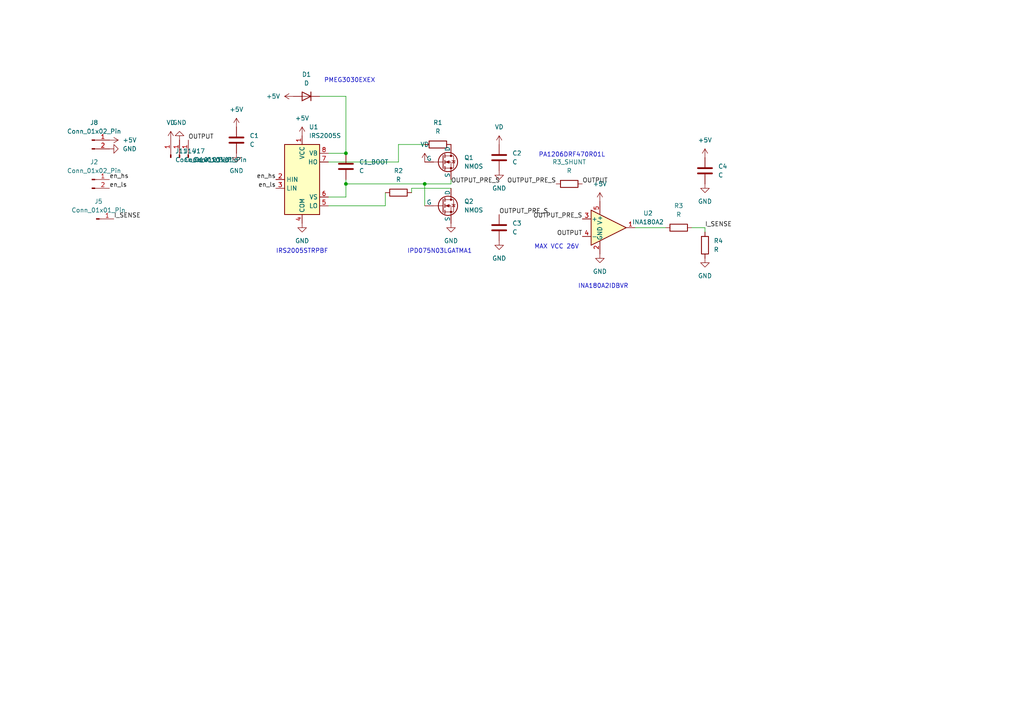
<source format=kicad_sch>
(kicad_sch (version 20230121) (generator eeschema)
  (paper "A4")
  (lib_symbols
    (symbol "Amplifier_Current:INA180A2" (pin_names (offset 0.127))
      (property "Reference" "U" (at 3.81 3.81 0))
      (property "Value" "INA180A2" (at 3.81 -2.54 0))
      (symbol "INA180A2_0_1"
        (polyline (pts (xy 5.08 0) (xy -5.08 5.08) (xy -5.08 -5.08) (xy 5.08 0)) (stroke (width 0.254)) (fill (type background)))
      )
      (symbol "INA180A2_1_1"
        (pin output line (at 7.62 0 180) (length 2.54) (name "~") (number "1"))
        (pin power_in line (at -2.54 -7.62 90) (length 3.81) (name "GND") (number "2"))
        (pin input line (at -7.62 2.54 0) (length 2.54) (name "+") (number "3"))
        (pin input line (at -7.62 -2.54 0) (length 2.54) (name "-") (number "4"))
        (pin power_in line (at -2.54 7.62 270) (length 3.81) (name "V+") (number "5"))
      )
    )
    (symbol "Connector:Conn_01x01_Pin" (pin_names (offset 1.016) hide)
      (property "Reference" "J" (at 0 2.54 0))
      (property "Value" "Conn_01x01_Pin" (at 0 -2.54 0))
      (symbol "Conn_01x01_Pin_1_1"
        (polyline (pts (xy 1.27 0) (xy 0.8636 0)) (stroke (width 0.1524)))
        (rectangle (start 0.8636 0.127) (end 0 -0.127) (stroke (width 0.1524)) (fill (type outline)))
        (pin passive line (at 5.08 0 180) (length 3.81) (name "Pin_1") (number "1"))
      )
    )
    (symbol "Connector:Conn_01x02_Pin" (pin_names (offset 1.016) hide)
      (property "Reference" "J" (at 0 2.54 0))
      (property "Value" "Conn_01x02_Pin" (at 0 -5.08 0))
      (symbol "Conn_01x02_Pin_1_1"
        (polyline (pts (xy 1.27 -2.54) (xy 0.8636 -2.54)) (stroke (width 0.1524)))
        (polyline (pts (xy 1.27 0) (xy 0.8636 0)) (stroke (width 0.1524)))
        (rectangle (start 0.8636 -2.413) (end 0 -2.667) (stroke (width 0.1524)) (fill (type outline)))
        (rectangle (start 0.8636 0.127) (end 0 -0.127) (stroke (width 0.1524)) (fill (type outline)))
        (pin passive line (at 5.08 0 180) (length 3.81) (name "Pin_1") (number "1"))
        (pin passive line (at 5.08 -2.54 180) (length 3.81) (name "Pin_2") (number "2"))
      )
    )
    (symbol "Device:C" (pin_numbers hide) (pin_names (offset 0.254))
      (property "Reference" "C" (at 0.635 2.54 0))
      (property "Value" "C" (at 0.635 -2.54 0))
      (symbol "C_0_1"
        (polyline (pts (xy -2.032 -0.762) (xy 2.032 -0.762)) (stroke (width 0.508)))
        (polyline (pts (xy -2.032 0.762) (xy 2.032 0.762)) (stroke (width 0.508)))
      )
      (symbol "C_1_1"
        (pin passive line (at 0 3.81 270) (length 2.794) (name "~") (number "1"))
        (pin passive line (at 0 -3.81 90) (length 2.794) (name "~") (number "2"))
      )
    )
    (symbol "Device:D" (pin_numbers hide) (pin_names (offset 1.016) hide)
      (property "Reference" "D" (at 0 2.54 0))
      (property "Value" "D" (at 0 -2.54 0))
      (symbol "D_0_1"
        (polyline (pts (xy -1.27 1.27) (xy -1.27 -1.27)) (stroke (width 0.254)))
        (polyline (pts (xy 1.27 0) (xy -1.27 0)))
        (polyline (pts (xy 1.27 1.27) (xy 1.27 -1.27) (xy -1.27 0) (xy 1.27 1.27)) (stroke (width 0.254)))
      )
      (symbol "D_1_1"
        (pin passive line (at -3.81 0 0) (length 2.54) (name "K") (number "1"))
        (pin passive line (at 3.81 0 180) (length 2.54) (name "A") (number "2"))
      )
    )
    (symbol "Device:R" (pin_numbers hide) (pin_names (offset 0))
      (property "Reference" "R" (at 2.032 0 90))
      (property "Value" "R" (at 0 0 90))
      (symbol "R_0_1"
        (rectangle (start -1.016 -2.54) (end 1.016 2.54) (stroke (width 0.254)))
      )
      (symbol "R_1_1"
        (pin passive line (at 0 3.81 270) (length 1.27) (name "~") (number "1"))
        (pin passive line (at 0 -3.81 90) (length 1.27) (name "~") (number "2"))
      )
    )
    (symbol "Driver_FET:IRS2005S"
      (property "Reference" "U" (at 1.27 13.335 0))
      (property "Value" "IRS2005S" (at 1.27 11.43 0))
      (symbol "IRS2005S_0_1"
        (rectangle (start -5.08 -10.16) (end 5.08 10.16) (stroke (width 0.254)) (fill (type background)))
      )
      (symbol "IRS2005S_1_1"
        (pin power_in line (at 0 12.7 270) (length 2.54) (name "VCC") (number "1"))
        (pin input line (at -7.62 0 0) (length 2.54) (name "HIN") (number "2"))
        (pin input line (at -7.62 -2.54 0) (length 2.54) (name "LIN") (number "3"))
        (pin power_in line (at 0 -12.7 90) (length 2.54) (name "COM") (number "4"))
        (pin output line (at 7.62 -7.62 180) (length 2.54) (name "LO") (number "5"))
        (pin passive line (at 7.62 -5.08 180) (length 2.54) (name "VS") (number "6"))
        (pin output line (at 7.62 5.08 180) (length 2.54) (name "HO") (number "7"))
        (pin passive line (at 7.62 7.62 180) (length 2.54) (name "VB") (number "8"))
      )
    )
    (symbol "Simulation_SPICE:NMOS" (pin_numbers hide) (pin_names (offset 0))
      (property "Reference" "Q" (at 5.08 1.27 0))
      (property "Value" "NMOS" (at 5.08 -1.27 0))
      (symbol "NMOS_0_1"
        (polyline (pts (xy 0.254 0) (xy -2.54 0)))
        (polyline (pts (xy 0.254 1.905) (xy 0.254 -1.905)) (stroke (width 0.254)))
        (polyline (pts (xy 0.762 -1.27) (xy 0.762 -2.286)) (stroke (width 0.254)))
        (polyline (pts (xy 0.762 0.508) (xy 0.762 -0.508)) (stroke (width 0.254)))
        (polyline (pts (xy 0.762 2.286) (xy 0.762 1.27)) (stroke (width 0.254)))
        (polyline (pts (xy 2.54 2.54) (xy 2.54 1.778)))
        (polyline (pts (xy 2.54 -2.54) (xy 2.54 0) (xy 0.762 0)))
        (polyline (pts (xy 0.762 -1.778) (xy 3.302 -1.778) (xy 3.302 1.778) (xy 0.762 1.778)))
        (polyline (pts (xy 1.016 0) (xy 2.032 0.381) (xy 2.032 -0.381) (xy 1.016 0)) (fill (type outline)))
        (polyline (pts (xy 2.794 0.508) (xy 2.921 0.381) (xy 3.683 0.381) (xy 3.81 0.254)))
        (polyline (pts (xy 3.302 0.381) (xy 2.921 -0.254) (xy 3.683 -0.254) (xy 3.302 0.381)))
        (circle (center 1.651 0) (radius 2.794) (stroke (width 0.254)))
        (circle (center 2.54 -1.778) (radius 0.254) (fill (type outline)))
        (circle (center 2.54 1.778) (radius 0.254) (fill (type outline)))
      )
      (symbol "NMOS_1_1"
        (pin passive line (at 2.54 5.08 270) (length 2.54) (name "D") (number "1"))
        (pin input line (at -5.08 0 0) (length 2.54) (name "G") (number "2"))
        (pin passive line (at 2.54 -5.08 90) (length 2.54) (name "S") (number "3"))
      )
    )
    (symbol "power:+5V" (power) (pin_names (offset 0))
      (property "Value" "+5V" (at 0 3.556 0))
      (symbol "+5V_0_1"
        (polyline (pts (xy -0.762 1.27) (xy 0 2.54)))
        (polyline (pts (xy 0 0) (xy 0 2.54)))
        (polyline (pts (xy 0 2.54) (xy 0.762 1.27)))
      )
      (symbol "+5V_1_1"
        (pin power_in line (at 0 0 90) (length 0) hide (name "+5V") (number "1"))
      )
    )
    (symbol "power:GND" (power) (pin_names (offset 0))
      (property "Value" "GND" (at 0 -3.81 0))
      (symbol "GND_0_1"
        (polyline (pts (xy 0 0) (xy 0 -1.27) (xy 1.27 -1.27) (xy 0 -2.54) (xy -1.27 -1.27) (xy 0 -1.27)))
      )
      (symbol "GND_1_1"
        (pin power_in line (at 0 0 270) (length 0) hide (name "GND") (number "1"))
      )
    )
    (symbol "power:VD" (power) (pin_names (offset 0))
      (property "Value" "VD" (at 0 3.81 0))
      (symbol "VD_0_1"
        (polyline (pts (xy -0.762 1.27) (xy 0 2.54)))
        (polyline (pts (xy 0 0) (xy 0 2.54)))
        (polyline (pts (xy 0 2.54) (xy 0.762 1.27)))
      )
      (symbol "VD_1_1"
        (pin power_in line (at 0 0 90) (length 0) hide (name "VD") (number "1"))
      )
    )
  )
  (junction (at 123.19 53.34))
  (junction (at 100.33 53.34))
  (junction (at 100.33 44.45))
  (wire (pts (xy 100.33 57.15) (xy 95.25 57.15)))
  (wire (pts (xy 130.81 54.61) (xy 119.38 54.61)))
  (wire (pts (xy 123.19 41.91) (xy 115.57 41.91)))
  (wire (pts (xy 119.38 54.61) (xy 119.38 55.88)))
  (wire (pts (xy 92.71 27.94) (xy 100.33 27.94)))
  (wire (pts (xy 204.47 66.04) (xy 204.47 67.31)))
  (wire (pts (xy 200.66 66.04) (xy 204.47 66.04)))
  (wire (pts (xy 95.25 46.99) (xy 115.57 46.99)))
  (wire (pts (xy 100.33 27.94) (xy 100.33 44.45)))
  (wire (pts (xy 123.19 53.34) (xy 130.81 53.34)))
  (wire (pts (xy 111.76 55.88) (xy 111.76 59.69)))
  (wire (pts (xy 95.25 44.45) (xy 100.33 44.45)))
  (wire (pts (xy 115.57 41.91) (xy 115.57 46.99)))
  (wire (pts (xy 100.33 53.34) (xy 100.33 57.15)))
  (wire (pts (xy 100.33 52.07) (xy 100.33 53.34)))
  (wire (pts (xy 184.15 66.04) (xy 193.04 66.04)))
  (wire (pts (xy 95.25 59.69) (xy 111.76 59.69)))
  (wire (pts (xy 100.33 53.34) (xy 123.19 53.34)))
  (wire (pts (xy 123.19 53.34) (xy 123.19 59.69)))
  (wire (pts (xy 130.81 52.07) (xy 130.81 53.34)))
  (text "IPD075N03LGATMA1" (at 118.11 73.66 0) (effects (font (size 1.27 1.27)) (justify left bottom)))
  (text "INA180A2IDBVR" (at 167.64 83.82 0) (effects (font (size 1.27 1.27)) (justify left bottom)))
  (text "PMEG3030EXEX" (at 93.98 24.13 0) (effects (font (size 1.27 1.27)) (justify left bottom)))
  (text "MAX VCC 26V" (at 154.94 72.39 0) (effects (font (size 1.27 1.27)) (justify left bottom)))
  (text "IRS2005STRPBF" (at 80.01 73.66 0) (effects (font (size 1.27 1.27)) (justify left bottom)))
  (text "PA1206DRF470R01L" (at 156.21 45.72 0) (effects (font (size 1.27 1.27)) (justify left bottom)))
  (label "OUTPUT_PRE_S" (at 130.81 53.34 0))
  (label "I_SENSE" (at 33.02 63.5 0))
  (label "OUTPUT_PRE_S" (at 168.91 63.5 180))
  (label "en_ls" (at 80.01 54.61 180))
  (label "en_ls" (at 31.75 54.61 0))
  (label "en_hs" (at 31.75 52.07 0))
  (label "OUTPUT" (at 168.91 53.34 0))
  (label "en_hs" (at 80.01 52.07 180))
  (label "OUTPUT_PRE_S" (at 144.78 62.23 0))
  (label "OUTPUT_PRE_S" (at 161.29 53.34 180))
  (label "OUTPUT" (at 168.91 68.58 180))
  (label "OUTPUT" (at 54.61 40.64 0))
  (label "I_SENSE" (at 204.47 66.04 0))
  (symbol (lib_id "Device:C") (at 68.58 40.64 0) (unit 1)
    (property "Reference" "C1" (at 72.39 39.37 0) (effects (justify left)))
    (property "Value" "C" (at 72.39 41.91 0) (effects (justify left)))
    (property "Footprint" "Resistor_SMD:R_0603_1608Metric" (effects hide))
    (instances (project "eddie_bldc" (path "" (reference "C1") (unit 1)) (path "" (reference "C1") (unit 1)) (path "" (reference "C5") (unit 1)) (path "" (reference "C9") (unit 1))))
  )
  (symbol (lib_id "power:+5V") (at 204.47 45.72 0) (unit 1)
    (property "Reference" "#PWR014" (effects hide))
    (property "Value" "+5V" (at 204.47 40.64 0))
    (instances (project "eddie_bldc" (path "" (reference "#PWR014") (unit 1)) (path "" (reference "#PWR017") (unit 1)) (path "" (reference "#PWR036") (unit 1)) (path "" (reference "#PWR055") (unit 1))))
  )
  (symbol (lib_id "Connector:Conn_01x01_Pin") (at 49.53 45.72 90) (unit 1)
    (property "Reference" "J11" (at 50.8 43.815 90) (effects (justify right)))
    (property "Value" "Conn_01x01_Pin" (at 50.8 46.355 90) (effects (justify right)))
    (property "Footprint" "Connector_PinHeader_2.54mm:PinHeader_1x01_P2.54mm_Vertical" (effects hide))
    (instances (project "eddie_bldc" (path "" (reference "J11") (unit 1)) (path "" (reference "J10") (unit 1)) (path "" (reference "J12") (unit 1))))
  )
  (symbol (lib_id "power:+5V") (at 87.63 39.37 0) (unit 1)
    (property "Reference" "#PWR01" (effects hide))
    (property "Value" "+5V" (at 87.63 34.29 0))
    (instances (project "eddie_bldc" (path "" (reference "#PWR01") (unit 1)) (path "" (reference "#PWR08") (unit 1)) (path "" (reference "#PWR027") (unit 1)) (path "" (reference "#PWR046") (unit 1))))
  )
  (symbol (lib_id "power:GND") (at 173.99 73.66 0) (unit 1)
    (property "Reference" "#PWR012" (effects hide))
    (property "Value" "GND" (at 173.99 78.74 0))
    (instances (project "eddie_bldc" (path "" (reference "#PWR012") (unit 1)) (path "" (reference "#PWR016") (unit 1)) (path "" (reference "#PWR035") (unit 1)) (path "" (reference "#PWR054") (unit 1))))
  )
  (symbol (lib_id "power:+5V") (at 85.09 27.94 90) (unit 1)
    (property "Reference" "#PWR03" (effects hide))
    (property "Value" "+5V" (at 81.28 27.94 90) (effects (justify left)))
    (instances (project "eddie_bldc" (path "" (reference "#PWR03") (unit 1)) (path "" (reference "#PWR07") (unit 1)) (path "" (reference "#PWR026") (unit 1)) (path "" (reference "#PWR045") (unit 1))))
  )
  (symbol (lib_id "Connector:Conn_01x01_Pin") (at 54.61 45.72 90) (unit 1)
    (property "Reference" "J17" (at 55.88 43.815 90) (effects (justify right)))
    (property "Value" "Conn_01x01_Pin" (at 55.88 46.355 90) (effects (justify right)))
    (property "Footprint" "Connector_PinHeader_2.54mm:PinHeader_1x01_P2.54mm_Vertical" (effects hide))
    (instances (project "eddie_bldc" (path "" (reference "J17") (unit 1)) (path "" (reference "J16") (unit 1)) (path "" (reference "J18") (unit 1))))
  )
  (symbol (lib_id "Driver_FET:IRS2005S") (at 87.63 52.07 0) (unit 1)
    (property "Reference" "U1" (at 89.5859 36.83 0) (effects (justify left)))
    (property "Value" "IRS2005S" (at 89.5859 39.37 0) (effects (justify left)))
    (property "Footprint" "Package_SO:SOIC-8_3.9x4.9mm_P1.27mm" (effects hide))
    (property "Datasheet" "https://www.infineon.com/dgdl/Infineon-IRS2005S-DS-v02_00-EN.pdf?fileId=5546d462533600a4015364c4246229e1" (effects hide))
    (instances (project "eddie_bldc" (path "" (reference "U1") (unit 1)) (path "" (reference "U1") (unit 1)) (path "" (reference "U3") (unit 1)) (path "" (reference "U5") (unit 1))))
  )
  (symbol (lib_id "power:GND") (at 204.47 53.34 0) (unit 1)
    (property "Reference" "#PWR015" (effects hide))
    (property "Value" "GND" (at 204.47 58.42 0))
    (instances (project "eddie_bldc" (path "" (reference "#PWR015") (unit 1)) (path "" (reference "#PWR018") (unit 1)) (path "" (reference "#PWR037") (unit 1)) (path "" (reference "#PWR056") (unit 1))))
  )
  (symbol (lib_id "Device:R") (at 127 41.91 90) (unit 1)
    (property "Reference" "R1" (at 127 35.56 90))
    (property "Value" "R" (at 127 38.1 90))
    (property "Footprint" "Resistor_SMD:R_0603_1608Metric" (effects hide))
    (instances (project "eddie_bldc" (path "" (reference "R1") (unit 1)) (path "" (reference "R1") (unit 1)) (path "" (reference "R5") (unit 1)) (path "" (reference "R9") (unit 1))))
  )
  (symbol (lib_id "power:+5V") (at 68.58 36.83 0) (unit 1)
    (property "Reference" "#PWR06" (effects hide))
    (property "Value" "+5V" (at 68.58 31.75 0))
    (instances (project "eddie_bldc" (path "" (reference "#PWR06") (unit 1)) (path "" (reference "#PWR05") (unit 1)) (path "" (reference "#PWR024") (unit 1)) (path "" (reference "#PWR043") (unit 1))))
  )
  (symbol (lib_id "power:GND") (at 130.81 64.77 0) (unit 1)
    (property "Reference" "#PWR04" (effects hide))
    (property "Value" "GND" (at 130.81 69.85 0))
    (instances (project "eddie_bldc" (path "" (reference "#PWR04") (unit 1)) (path "" (reference "#PWR011") (unit 1)) (path "" (reference "#PWR030") (unit 1)) (path "" (reference "#PWR049") (unit 1))))
  )
  (symbol (lib_id "Device:C") (at 100.33 48.26 0) (unit 1)
    (property "Reference" "C1_BOOT" (at 104.14 46.99 0) (effects (justify left)))
    (property "Value" "C" (at 104.14 49.53 0) (effects (justify left)))
    (property "Footprint" "Resistor_SMD:R_0603_1608Metric" (effects hide))
    (instances (project "eddie_bldc" (path "" (reference "C1_BOOT") (unit 1)) (path "" (reference "C1_BOOT1") (unit 1)) (path "" (reference "C1_BOOT2") (unit 1)) (path "" (reference "C1_BOOT3") (unit 1))))
  )
  (symbol (lib_id "power:GND") (at 52.07 40.64 180) (unit 1)
    (property "Reference" "#PWR019" (effects hide))
    (property "Value" "GND" (at 52.07 35.56 0))
    (instances (project "eddie_bldc" (path "" (reference "#PWR019") (unit 1)) (path "" (reference "#PWR04") (unit 1)) (path "" (reference "#PWR023") (unit 1)) (path "" (reference "#PWR042") (unit 1))))
  )
  (symbol (lib_id "Device:R") (at 115.57 55.88 90) (unit 1)
    (property "Reference" "R2" (at 115.57 49.53 90))
    (property "Value" "R" (at 115.57 52.07 90))
    (property "Footprint" "Resistor_SMD:R_0603_1608Metric" (effects hide))
    (instances (project "eddie_bldc" (path "" (reference "R2") (unit 1)) (path "" (reference "R2") (unit 1)) (path "" (reference "R6") (unit 1)) (path "" (reference "R10") (unit 1))))
  )
  (symbol (lib_id "power:GND") (at 144.78 69.85 0) (unit 1)
    (property "Reference" "#PWR011" (effects hide))
    (property "Value" "GND" (at 144.78 74.93 0))
    (instances (project "eddie_bldc" (path "" (reference "#PWR011") (unit 1)) (path "" (reference "#PWR014") (unit 1)) (path "" (reference "#PWR033") (unit 1)) (path "" (reference "#PWR052") (unit 1))))
  )
  (symbol (lib_id "Simulation_SPICE:NMOS") (at 128.27 59.69 0) (unit 1)
    (property "Reference" "Q2" (at 134.62 58.42 0) (effects (justify left)))
    (property "Value" "NMOS" (at 134.62 60.96 0) (effects (justify left)))
    (property "Footprint" "Package_TO_SOT_SMD:TO-252-3_TabPin2" (effects hide))
    (property "Datasheet" "https://ngspice.sourceforge.io/docs/ngspice-manual.pdf" (effects hide))
    (property "Sim.Device" "NMOS" (effects hide))
    (property "Sim.Type" "VDMOS" (effects hide))
    (property "Sim.Pins" "1=D 2=G 3=S" (effects hide))
    (instances (project "eddie_bldc" (path "" (reference "Q2") (unit 1)) (path "" (reference "Q2") (unit 1)) (path "" (reference "Q4") (unit 1)) (path "" (reference "Q6") (unit 1))))
  )
  (symbol (lib_id "Device:D") (at 88.9 27.94 180) (unit 1)
    (property "Reference" "D1" (at 88.9 21.59 0))
    (property "Value" "D" (at 88.9 24.13 0))
    (property "Footprint" "Diode_SMD:D_SOD-123" (effects hide))
    (property "Sim.Device" "D" (effects hide))
    (property "Sim.Pins" "1=K 2=A" (effects hide))
    (instances (project "eddie_bldc" (path "" (reference "D1") (unit 1)) (path "" (reference "D1") (unit 1)) (path "" (reference "D2") (unit 1)) (path "" (reference "D3") (unit 1))))
  )
  (symbol (lib_id "power:+5V") (at 173.99 58.42 0) (unit 1)
    (property "Reference" "#PWR013" (effects hide))
    (property "Value" "+5V" (at 173.99 53.34 0))
    (instances (project "eddie_bldc" (path "" (reference "#PWR013") (unit 1)) (path "" (reference "#PWR015") (unit 1)) (path "" (reference "#PWR034") (unit 1)) (path "" (reference "#PWR053") (unit 1))))
  )
  (symbol (lib_id "Device:C") (at 144.78 66.04 0) (unit 1)
    (property "Reference" "C3" (at 148.59 64.77 0) (effects (justify left)))
    (property "Value" "C" (at 148.59 67.31 0) (effects (justify left)))
    (property "Footprint" "Resistor_SMD:R_0603_1608Metric" (effects hide))
    (instances (project "eddie_bldc" (path "" (reference "C3") (unit 1)) (path "" (reference "C3") (unit 1)) (path "" (reference "C7") (unit 1)) (path "" (reference "C11") (unit 1))))
  )
  (symbol (lib_id "Amplifier_Current:INA180A2") (at 176.53 66.04 0) (unit 1)
    (property "Reference" "U2" (at 187.96 61.8491 0))
    (property "Value" "INA180A2" (at 187.96 64.3891 0))
    (property "Footprint" "Package_TO_SOT_SMD:SOT-23-5" (effects hide))
    (property "Datasheet" "http://www.ti.com/lit/ds/symlink/ina180.pdf" (effects hide))
    (instances (project "eddie_bldc" (path "" (reference "U2") (unit 1)) (path "" (reference "U2") (unit 1)) (path "" (reference "U4") (unit 1)) (path "" (reference "U6") (unit 1))))
  )
  (symbol (lib_id "Connector:Conn_01x01_Pin") (at 27.94 63.5 0) (unit 1)
    (property "Reference" "J5" (at 28.575 58.42 0))
    (property "Value" "Conn_01x01_Pin" (at 28.575 60.96 0))
    (property "Footprint" "Connector_PinHeader_2.54mm:PinHeader_1x01_P2.54mm_Vertical" (effects hide))
    (instances (project "eddie_bldc" (path "" (reference "J5") (unit 1)) (path "" (reference "J4") (unit 1)) (path "" (reference "J6") (unit 1))))
  )
  (symbol (lib_id "power:VD") (at 123.19 46.99 0) (unit 1)
    (property "Reference" "#PWR05" (effects hide))
    (property "Value" "VD" (at 123.19 41.91 0))
    (instances (project "eddie_bldc" (path "" (reference "#PWR05") (unit 1)) (path "" (reference "#PWR010") (unit 1)) (path "" (reference "#PWR029") (unit 1)) (path "" (reference "#PWR048") (unit 1))))
  )
  (symbol (lib_id "power:VD") (at 49.53 40.64 0) (unit 1)
    (property "Reference" "#PWR018" (effects hide))
    (property "Value" "VD" (at 49.53 35.56 0))
    (instances (project "eddie_bldc" (path "" (reference "#PWR018") (unit 1)) (path "" (reference "#PWR01") (unit 1)) (path "" (reference "#PWR020") (unit 1)) (path "" (reference "#PWR039") (unit 1))))
  )
  (symbol (lib_id "power:GND") (at 68.58 44.45 0) (unit 1)
    (property "Reference" "#PWR07" (effects hide))
    (property "Value" "GND" (at 68.58 49.53 0))
    (instances (project "eddie_bldc" (path "" (reference "#PWR07") (unit 1)) (path "" (reference "#PWR06") (unit 1)) (path "" (reference "#PWR025") (unit 1)) (path "" (reference "#PWR044") (unit 1))))
  )
  (symbol (lib_id "Connector:Conn_01x02_Pin") (at 26.67 40.64 0) (unit 1)
    (property "Reference" "J8" (at 27.305 35.56 0))
    (property "Value" "Conn_01x02_Pin" (at 27.305 38.1 0))
    (property "Footprint" "Connector_PinHeader_2.54mm:PinHeader_1x02_P2.54mm_Vertical" (effects hide))
    (instances (project "eddie_bldc" (path "" (reference "J8") (unit 1)) (path "" (reference "J7") (unit 1)) (path "" (reference "J9") (unit 1))))
  )
  (symbol (lib_id "Device:R") (at 165.1 53.34 90) (unit 1)
    (property "Reference" "R3_SHUNT" (at 165.1 46.99 90))
    (property "Value" "R" (at 165.1 49.53 90))
    (property "Footprint" "Resistor_SMD:R_1206_3216Metric" (effects hide))
    (property "Datasheet" "PA1206DRF470R01L" (effects hide))
    (instances (project "eddie_bldc" (path "" (reference "R3_SHUNT") (unit 1)) (path "" (reference "R3_SHUNT1") (unit 1)) (path "" (reference "R3_SHUNT2") (unit 1)) (path "" (reference "R3_SHUNT3") (unit 1))))
  )
  (symbol (lib_id "Device:R") (at 204.47 71.12 180) (unit 1)
    (property "Reference" "R4" (at 207.01 69.85 0) (effects (justify right)))
    (property "Value" "R" (at 207.01 72.39 0) (effects (justify right)))
    (property "Footprint" "Resistor_SMD:R_0603_1608Metric" (effects hide))
    (instances (project "eddie_bldc" (path "" (reference "R4") (unit 1)) (path "" (reference "R4") (unit 1)) (path "" (reference "R8") (unit 1)) (path "" (reference "R12") (unit 1))))
  )
  (symbol (lib_id "Device:C") (at 144.78 45.72 0) (unit 1)
    (property "Reference" "C2" (at 148.59 44.45 0) (effects (justify left)))
    (property "Value" "C" (at 148.59 46.99 0) (effects (justify left)))
    (property "Footprint" "Resistor_SMD:R_0603_1608Metric" (effects hide))
    (instances (project "eddie_bldc" (path "" (reference "C2") (unit 1)) (path "" (reference "C2") (unit 1)) (path "" (reference "C6") (unit 1)) (path "" (reference "C10") (unit 1))))
  )
  (symbol (lib_id "power:GND") (at 204.47 74.93 0) (unit 1)
    (property "Reference" "#PWR010" (effects hide))
    (property "Value" "GND" (at 204.47 80.01 0))
    (instances (project "eddie_bldc" (path "" (reference "#PWR010") (unit 1)) (path "" (reference "#PWR019") (unit 1)) (path "" (reference "#PWR038") (unit 1)) (path "" (reference "#PWR057") (unit 1))))
  )
  (symbol (lib_id "Device:R") (at 196.85 66.04 90) (unit 1)
    (property "Reference" "R3" (at 196.85 59.69 90))
    (property "Value" "R" (at 196.85 62.23 90))
    (property "Footprint" "Resistor_SMD:R_0603_1608Metric" (effects hide))
    (instances (project "eddie_bldc" (path "" (reference "R3") (unit 1)) (path "" (reference "R3") (unit 1)) (path "" (reference "R7") (unit 1)) (path "" (reference "R11") (unit 1))))
  )
  (symbol (lib_id "Device:C") (at 204.47 49.53 0) (unit 1)
    (property "Reference" "C4" (at 208.28 48.26 0) (effects (justify left)))
    (property "Value" "C" (at 208.28 50.8 0) (effects (justify left)))
    (property "Footprint" "Resistor_SMD:R_0603_1608Metric" (effects hide))
    (instances (project "eddie_bldc" (path "" (reference "C4") (unit 1)) (path "" (reference "C4") (unit 1)) (path "" (reference "C8") (unit 1)) (path "" (reference "C12") (unit 1))))
  )
  (symbol (lib_id "Connector:Conn_01x01_Pin") (at 52.07 45.72 90) (unit 1)
    (property "Reference" "J14" (at 53.34 43.815 90) (effects (justify right)))
    (property "Value" "Conn_01x01_Pin" (at 53.34 46.355 90) (effects (justify right)))
    (property "Footprint" "Connector_PinHeader_2.54mm:PinHeader_1x01_P2.54mm_Vertical" (effects hide))
    (instances (project "eddie_bldc" (path "" (reference "J14") (unit 1)) (path "" (reference "J13") (unit 1)) (path "" (reference "J15") (unit 1))))
  )
  (symbol (lib_id "power:GND") (at 31.75 43.18 90) (unit 1)
    (property "Reference" "#PWR017" (effects hide))
    (property "Value" "GND" (at 35.56 43.18 90) (effects (justify right)))
    (instances (project "eddie_bldc" (path "" (reference "#PWR017") (unit 1)) (path "" (reference "#PWR03") (unit 1)) (path "" (reference "#PWR022") (unit 1)) (path "" (reference "#PWR041") (unit 1))))
  )
  (symbol (lib_id "power:+5V") (at 31.75 40.64 270) (unit 1)
    (property "Reference" "#PWR016" (effects hide))
    (property "Value" "+5V" (at 35.56 40.64 90) (effects (justify left)))
    (instances (project "eddie_bldc" (path "" (reference "#PWR016") (unit 1)) (path "" (reference "#PWR02") (unit 1)) (path "" (reference "#PWR021") (unit 1)) (path "" (reference "#PWR040") (unit 1))))
  )
  (symbol (lib_id "power:VD") (at 144.78 41.91 0) (unit 1)
    (property "Reference" "#PWR08" (effects hide))
    (property "Value" "VD" (at 144.78 36.83 0))
    (instances (project "eddie_bldc" (path "" (reference "#PWR08") (unit 1)) (path "" (reference "#PWR012") (unit 1)) (path "" (reference "#PWR031") (unit 1)) (path "" (reference "#PWR050") (unit 1))))
  )
  (symbol (lib_id "Connector:Conn_01x02_Pin") (at 26.67 52.07 0) (unit 1)
    (property "Reference" "J2" (at 27.305 46.99 0))
    (property "Value" "Conn_01x02_Pin" (at 27.305 49.53 0))
    (property "Footprint" "Connector_PinHeader_2.54mm:PinHeader_1x02_P2.54mm_Vertical" (effects hide))
    (instances (project "eddie_bldc" (path "" (reference "J2") (unit 1)) (path "" (reference "J1") (unit 1)) (path "" (reference "J3") (unit 1))))
  )
  (symbol (lib_id "power:GND") (at 87.63 64.77 0) (unit 1)
    (property "Reference" "#PWR02" (effects hide))
    (property "Value" "GND" (at 87.63 69.85 0))
    (instances (project "eddie_bldc" (path "" (reference "#PWR02") (unit 1)) (path "" (reference "#PWR09") (unit 1)) (path "" (reference "#PWR028") (unit 1)) (path "" (reference "#PWR047") (unit 1))))
  )
  (symbol (lib_id "power:GND") (at 144.78 49.53 0) (unit 1)
    (property "Reference" "#PWR09" (effects hide))
    (property "Value" "GND" (at 144.78 54.61 0))
    (instances (project "eddie_bldc" (path "" (reference "#PWR09") (unit 1)) (path "" (reference "#PWR013") (unit 1)) (path "" (reference "#PWR032") (unit 1)) (path "" (reference "#PWR051") (unit 1))))
  )
  (symbol (lib_id "Simulation_SPICE:NMOS") (at 128.27 46.99 0) (unit 1)
    (property "Reference" "Q1" (at 134.62 45.72 0) (effects (justify left)))
    (property "Value" "NMOS" (at 134.62 48.26 0) (effects (justify left)))
    (property "Footprint" "Package_TO_SOT_SMD:TO-252-3_TabPin2" (effects hide))
    (property "Datasheet" "https://ngspice.sourceforge.io/docs/ngspice-manual.pdf" (effects hide))
    (property "Sim.Device" "NMOS" (effects hide))
    (property "Sim.Type" "VDMOS" (effects hide))
    (property "Sim.Pins" "1=D 2=G 3=S" (effects hide))
    (instances (project "eddie_bldc" (path "" (reference "Q1") (unit 1)) (path "" (reference "Q1") (unit 1)) (path "" (reference "Q3") (unit 1)) (path "" (reference "Q5") (unit 1))))
  )
)
</source>
